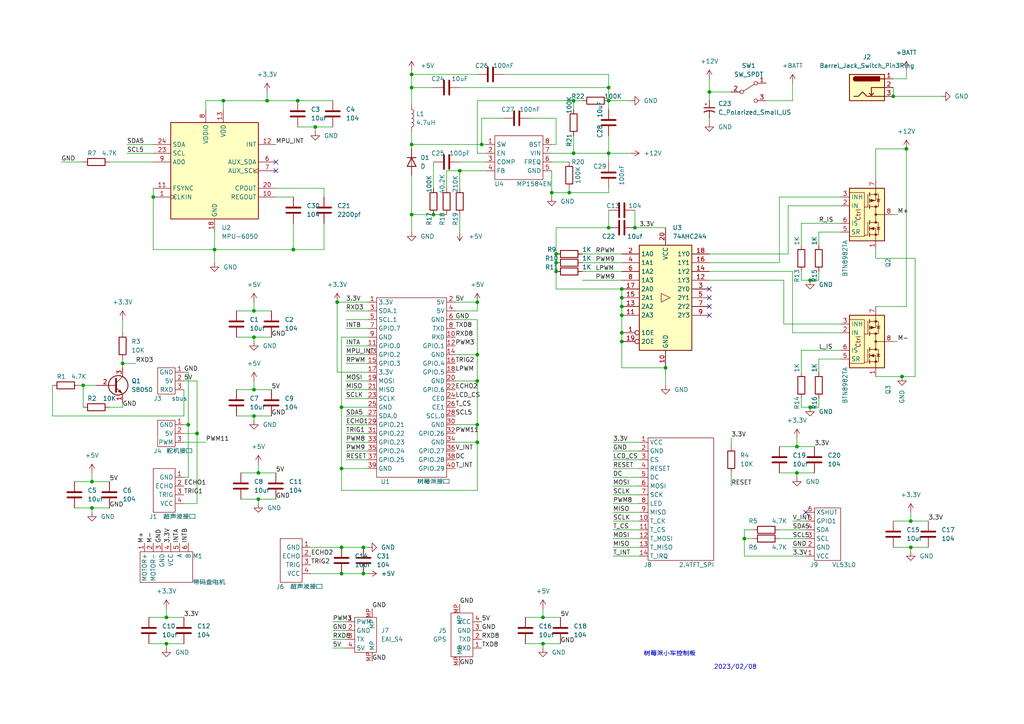
<source format=kicad_sch>
(kicad_sch (version 20211123) (generator eeschema)
  (paper "A4")
  (junction (at 97.79 87.63))
  (junction (at 119.38 62.23))
  (junction (at 234.95 118.11))
  (junction (at 176.53 66.04))
  (junction (at 85.09 72.39))
  (junction (at 161.29 76.2))
  (junction (at 176.53 44.45))
  (junction (at 26.67 147.32))
  (junction (at 264.16 151.13))
  (junction (at 166.37 29.21))
  (junction (at 133.35 49.53))
  (junction (at 73.66 90.17))
  (junction (at 205.74 26.67))
  (junction (at 180.34 88.9))
  (junction (at 180.34 91.44))
  (junction (at 231.14 137.16))
  (junction (at 99.06 158.75))
  (junction (at 119.38 21.59))
  (junction (at 161.29 73.66))
  (junction (at 99.06 118.11))
  (junction (at 73.66 113.03))
  (junction (at 180.34 96.52))
  (junction (at 261.62 109.22))
  (junction (at 180.34 86.36))
  (junction (at 91.44 36.83))
  (junction (at 193.04 106.68))
  (junction (at 180.34 99.06))
  (junction (at 74.93 137.16))
  (junction (at 48.26 179.07))
  (junction (at 74.93 144.78))
  (junction (at 86.36 29.21))
  (junction (at 166.37 44.45))
  (junction (at 64.77 29.21))
  (junction (at 157.48 186.69))
  (junction (at 180.34 83.82))
  (junction (at 157.48 179.07))
  (junction (at 165.1 55.88))
  (junction (at 105.41 166.37))
  (junction (at 139.7 41.91))
  (junction (at 105.41 158.75))
  (junction (at 73.66 97.79))
  (junction (at 138.43 87.63))
  (junction (at 73.66 120.65))
  (junction (at 99.06 135.89))
  (junction (at 35.56 105.41))
  (junction (at 160.02 55.88))
  (junction (at 24.13 111.76))
  (junction (at 215.9 156.21))
  (junction (at 184.15 66.04))
  (junction (at 234.95 81.28))
  (junction (at 119.38 41.91))
  (junction (at 259.08 27.94))
  (junction (at 125.73 62.23))
  (junction (at 119.38 25.4))
  (junction (at 138.43 110.49))
  (junction (at 99.06 166.37))
  (junction (at 44.45 57.15))
  (junction (at 77.47 29.21))
  (junction (at 138.43 123.19))
  (junction (at 48.26 186.69))
  (junction (at 264.16 158.75))
  (junction (at 262.89 43.18))
  (junction (at 138.43 128.27))
  (junction (at 62.23 72.39))
  (junction (at 231.14 129.54))
  (junction (at 57.15 125.73))
  (junction (at 161.29 78.74))
  (junction (at 176.53 25.4))
  (junction (at 54.61 123.19))
  (junction (at 138.43 102.87))
  (junction (at 176.53 29.21))
  (junction (at 26.67 139.7))
  (no_connect (at 205.74 91.44))
  (no_connect (at 80.01 46.99))
  (no_connect (at 233.68 148.59))
  (no_connect (at 80.01 49.53))
  (no_connect (at 205.74 88.9))
  (no_connect (at 205.74 86.36))
  (no_connect (at 205.74 83.82))
  (wire (pts (xy 231.14 127) (xy 231.14 129.54)))
  (wire (pts (xy 26.67 139.7) (xy 31.75 139.7)))
  (wire (pts (xy 160.02 57.15) (xy 160.02 55.88)))
  (wire (pts (xy 21.59 139.7) (xy 26.67 139.7)))
  (wire (pts (xy 57.15 146.05) (xy 57.15 125.73)))
  (wire (pts (xy 180.34 83.82) (xy 161.29 83.82)))
  (wire (pts (xy 44.45 72.39) (xy 62.23 72.39)))
  (wire (pts (xy 259.08 158.75) (xy 264.16 158.75)))
  (wire (pts (xy 119.38 41.91) (xy 139.7 41.91)))
  (wire (pts (xy 160.02 55.88) (xy 160.02 49.53)))
  (wire (pts (xy 234.95 81.28) (xy 237.49 81.28)))
  (wire (pts (xy 133.35 46.99) (xy 140.97 46.99)))
  (wire (pts (xy 68.58 113.03) (xy 73.66 113.03)))
  (wire (pts (xy 138.43 110.49) (xy 138.43 123.19)))
  (wire (pts (xy 166.37 29.21) (xy 168.91 29.21)))
  (wire (pts (xy 176.53 31.75) (xy 176.53 29.21)))
  (wire (pts (xy 93.98 64.77) (xy 93.98 72.39)))
  (wire (pts (xy 176.53 25.4) (xy 176.53 29.21)))
  (wire (pts (xy 177.8 140.97) (xy 185.42 140.97)))
  (wire (pts (xy 80.01 57.15) (xy 85.09 57.15)))
  (wire (pts (xy 53.34 110.49) (xy 57.15 110.49)))
  (wire (pts (xy 205.74 73.66) (xy 228.6 73.66)))
  (wire (pts (xy 31.75 46.99) (xy 44.45 46.99)))
  (wire (pts (xy 31.75 118.11) (xy 35.56 118.11)))
  (wire (pts (xy 99.06 166.37) (xy 90.17 166.37)))
  (wire (pts (xy 176.53 54.61) (xy 176.53 55.88)))
  (wire (pts (xy 232.41 101.6) (xy 232.41 107.95)))
  (wire (pts (xy 105.41 158.75) (xy 99.06 158.75)))
  (wire (pts (xy 234.95 118.11) (xy 237.49 118.11)))
  (wire (pts (xy 177.8 138.43) (xy 185.42 138.43)))
  (wire (pts (xy 17.78 46.99) (xy 24.13 46.99)))
  (wire (pts (xy 138.43 142.24) (xy 138.43 128.27)))
  (wire (pts (xy 74.93 144.78) (xy 80.01 144.78)))
  (wire (pts (xy 77.47 26.67) (xy 77.47 29.21)))
  (wire (pts (xy 215.9 156.21) (xy 218.44 156.21)))
  (wire (pts (xy 96.52 180.34) (xy 100.33 180.34)))
  (wire (pts (xy 226.06 153.67) (xy 233.68 153.67)))
  (wire (pts (xy 138.43 29.21) (xy 138.43 44.45)))
  (wire (pts (xy 59.69 29.21) (xy 64.77 29.21)))
  (wire (pts (xy 54.61 123.19) (xy 54.61 107.95)))
  (wire (pts (xy 222.25 29.21) (xy 229.87 29.21)))
  (wire (pts (xy 226.06 57.15) (xy 226.06 76.2)))
  (wire (pts (xy 68.58 90.17) (xy 73.66 90.17)))
  (wire (pts (xy 69.85 144.78) (xy 74.93 144.78)))
  (wire (pts (xy 68.58 97.79) (xy 73.66 97.79)))
  (wire (pts (xy 73.66 121.92) (xy 73.66 120.65)))
  (wire (pts (xy 24.13 111.76) (xy 27.94 111.76)))
  (wire (pts (xy 99.06 118.11) (xy 99.06 97.79)))
  (wire (pts (xy 262.89 88.9) (xy 254 88.9)))
  (wire (pts (xy 176.53 46.99) (xy 176.53 44.45)))
  (wire (pts (xy 100.33 105.41) (xy 106.68 105.41)))
  (wire (pts (xy 85.09 64.77) (xy 85.09 72.39)))
  (wire (pts (xy 157.48 179.07) (xy 162.56 179.07)))
  (wire (pts (xy 232.41 101.6) (xy 243.84 101.6)))
  (wire (pts (xy 177.8 133.35) (xy 185.42 133.35)))
  (wire (pts (xy 57.15 125.73) (xy 57.15 110.49)))
  (wire (pts (xy 176.53 60.96) (xy 176.53 66.04)))
  (wire (pts (xy 43.18 179.07) (xy 48.26 179.07)))
  (wire (pts (xy 64.77 29.21) (xy 77.47 29.21)))
  (wire (pts (xy 231.14 129.54) (xy 236.22 129.54)))
  (wire (pts (xy 243.84 96.52) (xy 229.87 96.52)))
  (wire (pts (xy 119.38 67.31) (xy 119.38 62.23)))
  (wire (pts (xy 152.4 179.07) (xy 157.48 179.07)))
  (wire (pts (xy 100.33 113.03) (xy 106.68 113.03)))
  (wire (pts (xy 100.33 100.33) (xy 106.68 100.33)))
  (wire (pts (xy 100.33 102.87) (xy 106.68 102.87)))
  (wire (pts (xy 26.67 137.16) (xy 26.67 139.7)))
  (wire (pts (xy 140.97 49.53) (xy 133.35 49.53)))
  (wire (pts (xy 229.87 151.13) (xy 233.68 151.13)))
  (wire (pts (xy 86.36 36.83) (xy 91.44 36.83)))
  (wire (pts (xy 24.13 111.76) (xy 24.13 118.11)))
  (wire (pts (xy 227.33 93.98) (xy 227.33 81.28)))
  (wire (pts (xy 100.33 95.25) (xy 106.68 95.25)))
  (wire (pts (xy 259.08 151.13) (xy 264.16 151.13)))
  (wire (pts (xy 205.74 22.86) (xy 205.74 26.67)))
  (wire (pts (xy 177.8 128.27) (xy 185.42 128.27)))
  (wire (pts (xy 226.06 137.16) (xy 231.14 137.16)))
  (wire (pts (xy 254 43.18) (xy 262.89 43.18)))
  (wire (pts (xy 96.52 182.88) (xy 100.33 182.88)))
  (wire (pts (xy 36.83 44.45) (xy 44.45 44.45)))
  (wire (pts (xy 35.56 92.71) (xy 35.56 96.52)))
  (wire (pts (xy 62.23 67.31) (xy 62.23 72.39)))
  (wire (pts (xy 44.45 57.15) (xy 44.45 72.39)))
  (wire (pts (xy 140.97 44.45) (xy 138.43 44.45)))
  (wire (pts (xy 160.02 46.99) (xy 165.1 46.99)))
  (wire (pts (xy 100.33 128.27) (xy 106.68 128.27)))
  (wire (pts (xy 59.69 128.27) (xy 53.34 128.27)))
  (wire (pts (xy 176.53 29.21) (xy 182.88 29.21)))
  (wire (pts (xy 91.44 36.83) (xy 96.52 36.83)))
  (wire (pts (xy 69.85 137.16) (xy 74.93 137.16)))
  (wire (pts (xy 99.06 158.75) (xy 90.17 158.75)))
  (wire (pts (xy 53.34 123.19) (xy 54.61 123.19)))
  (wire (pts (xy 218.44 153.67) (xy 215.9 153.67)))
  (wire (pts (xy 139.7 41.91) (xy 140.97 41.91)))
  (wire (pts (xy 232.41 118.11) (xy 234.95 118.11)))
  (wire (pts (xy 93.98 54.61) (xy 93.98 57.15)))
  (wire (pts (xy 176.53 55.88) (xy 165.1 55.88)))
  (wire (pts (xy 166.37 44.45) (xy 176.53 44.45)))
  (wire (pts (xy 35.56 104.14) (xy 35.56 105.41)))
  (wire (pts (xy 54.61 123.19) (xy 54.61 138.43)))
  (wire (pts (xy 177.8 153.67) (xy 185.42 153.67)))
  (wire (pts (xy 265.43 109.22) (xy 261.62 109.22)))
  (wire (pts (xy 119.38 50.8) (xy 119.38 62.23)))
  (wire (pts (xy 68.58 120.65) (xy 73.66 120.65)))
  (wire (pts (xy 74.93 146.05) (xy 74.93 144.78)))
  (wire (pts (xy 254 52.07) (xy 254 43.18)))
  (wire (pts (xy 243.84 57.15) (xy 226.06 57.15)))
  (wire (pts (xy 229.87 78.74) (xy 205.74 78.74)))
  (wire (pts (xy 106.68 166.37) (xy 105.41 166.37)))
  (wire (pts (xy 193.04 106.68) (xy 180.34 106.68)))
  (wire (pts (xy 99.06 135.89) (xy 99.06 118.11)))
  (wire (pts (xy 138.43 102.87) (xy 138.43 110.49)))
  (wire (pts (xy 53.34 113.03) (xy 53.34 120.65)))
  (wire (pts (xy 231.14 138.43) (xy 231.14 137.16)))
  (wire (pts (xy 91.44 38.1) (xy 91.44 36.83)))
  (wire (pts (xy 35.56 116.84) (xy 35.56 118.11)))
  (wire (pts (xy 96.52 185.42) (xy 100.33 185.42)))
  (wire (pts (xy 176.53 21.59) (xy 176.53 25.4)))
  (wire (pts (xy 132.08 102.87) (xy 138.43 102.87)))
  (wire (pts (xy 129.54 49.53) (xy 129.54 54.61)))
  (wire (pts (xy 215.9 161.29) (xy 233.68 161.29)))
  (wire (pts (xy 133.35 49.53) (xy 133.35 54.61)))
  (wire (pts (xy 62.23 76.2) (xy 62.23 72.39)))
  (wire (pts (xy 264.16 158.75) (xy 269.24 158.75)))
  (wire (pts (xy 229.87 158.75) (xy 233.68 158.75)))
  (wire (pts (xy 99.06 135.89) (xy 99.06 142.24)))
  (wire (pts (xy 26.67 148.59) (xy 26.67 147.32)))
  (wire (pts (xy 262.89 20.32) (xy 262.89 22.86)))
  (wire (pts (xy 48.26 179.07) (xy 53.34 179.07)))
  (wire (pts (xy 229.87 29.21) (xy 229.87 24.13)))
  (wire (pts (xy 265.43 74.93) (xy 265.43 109.22)))
  (wire (pts (xy 138.43 123.19) (xy 138.43 128.27)))
  (wire (pts (xy 132.08 110.49) (xy 138.43 110.49)))
  (wire (pts (xy 129.54 62.23) (xy 125.73 62.23)))
  (wire (pts (xy 243.84 64.77) (xy 232.41 64.77)))
  (wire (pts (xy 243.84 67.31) (xy 237.49 67.31)))
  (wire (pts (xy 73.66 99.06) (xy 73.66 97.79)))
  (wire (pts (xy 177.8 161.29) (xy 185.42 161.29)))
  (wire (pts (xy 261.62 109.22) (xy 254 109.22)))
  (wire (pts (xy 53.34 138.43) (xy 54.61 138.43)))
  (wire (pts (xy 176.53 66.04) (xy 161.29 66.04)))
  (wire (pts (xy 85.09 72.39) (xy 93.98 72.39)))
  (wire (pts (xy 152.4 186.69) (xy 157.48 186.69)))
  (wire (pts (xy 119.38 62.23) (xy 125.73 62.23)))
  (wire (pts (xy 53.34 107.95) (xy 54.61 107.95)))
  (wire (pts (xy 215.9 161.29) (xy 215.9 156.21)))
  (wire (pts (xy 43.18 186.69) (xy 48.26 186.69)))
  (wire (pts (xy 254 74.93) (xy 265.43 74.93)))
  (wire (pts (xy 48.26 186.69) (xy 53.34 186.69)))
  (wire (pts (xy 180.34 96.52) (xy 180.34 99.06)))
  (wire (pts (xy 168.91 81.28) (xy 180.34 81.28)))
  (wire (pts (xy 180.34 83.82) (xy 180.34 86.36)))
  (wire (pts (xy 100.33 120.65) (xy 106.68 120.65)))
  (wire (pts (xy 232.41 115.57) (xy 232.41 118.11)))
  (wire (pts (xy 205.74 26.67) (xy 212.09 26.67)))
  (wire (pts (xy 48.26 176.53) (xy 48.26 179.07)))
  (wire (pts (xy 161.29 34.29) (xy 161.29 41.91)))
  (wire (pts (xy 212.09 140.97) (xy 212.09 137.16)))
  (wire (pts (xy 205.74 35.56) (xy 205.74 34.29)))
  (wire (pts (xy 80.01 54.61) (xy 93.98 54.61)))
  (wire (pts (xy 53.34 125.73) (xy 57.15 125.73)))
  (wire (pts (xy 15.24 120.65) (xy 53.34 120.65)))
  (wire (pts (xy 205.74 29.21) (xy 205.74 26.67)))
  (wire (pts (xy 259.08 62.23) (xy 260.35 62.23)))
  (wire (pts (xy 157.48 176.53) (xy 157.48 179.07)))
  (wire (pts (xy 105.41 166.37) (xy 99.06 166.37)))
  (wire (pts (xy 237.49 118.11) (xy 237.49 115.57)))
  (wire (pts (xy 106.68 158.75) (xy 105.41 158.75)))
  (wire (pts (xy 100.33 115.57) (xy 106.68 115.57)))
  (wire (pts (xy 138.43 92.71) (xy 138.43 102.87)))
  (wire (pts (xy 100.33 123.19) (xy 106.68 123.19)))
  (wire (pts (xy 184.15 60.96) (xy 184.15 66.04)))
  (wire (pts (xy 212.09 127) (xy 212.09 129.54)))
  (wire (pts (xy 180.34 106.68) (xy 180.34 99.06)))
  (wire (pts (xy 243.84 59.69) (xy 228.6 59.69)))
  (wire (pts (xy 259.08 25.4) (xy 259.08 27.94)))
  (wire (pts (xy 106.68 97.79) (xy 99.06 97.79)))
  (wire (pts (xy 106.68 133.35) (xy 100.33 133.35)))
  (wire (pts (xy 138.43 29.21) (xy 166.37 29.21)))
  (wire (pts (xy 99.06 118.11) (xy 106.68 118.11)))
  (wire (pts (xy 226.06 129.54) (xy 231.14 129.54)))
  (wire (pts (xy 119.38 41.91) (xy 119.38 43.18)))
  (wire (pts (xy 177.8 146.05) (xy 185.42 146.05)))
  (wire (pts (xy 138.43 128.27) (xy 132.08 128.27)))
  (wire (pts (xy 180.34 91.44) (xy 180.34 96.52)))
  (wire (pts (xy 100.33 92.71) (xy 106.68 92.71)))
  (wire (pts (xy 177.8 151.13) (xy 185.42 151.13)))
  (wire (pts (xy 168.91 76.2) (xy 180.34 76.2)))
  (wire (pts (xy 119.38 25.4) (xy 125.73 25.4)))
  (wire (pts (xy 64.77 29.21) (xy 64.77 31.75)))
  (wire (pts (xy 176.53 39.37) (xy 176.53 44.45)))
  (wire (pts (xy 100.33 90.17) (xy 106.68 90.17)))
  (wire (pts (xy 157.48 187.96) (xy 157.48 186.69)))
  (wire (pts (xy 133.35 49.53) (xy 129.54 49.53)))
  (wire (pts (xy 243.84 93.98) (xy 227.33 93.98)))
  (wire (pts (xy 44.45 54.61) (xy 44.45 57.15)))
  (wire (pts (xy 132.08 90.17) (xy 138.43 90.17)))
  (wire (pts (xy 53.34 146.05) (xy 57.15 146.05)))
  (wire (pts (xy 73.66 113.03) (xy 78.74 113.03)))
  (wire (pts (xy 100.33 110.49) (xy 106.68 110.49)))
  (wire (pts (xy 73.66 90.17) (xy 78.74 90.17)))
  (wire (pts (xy 139.7 34.29) (xy 139.7 41.91)))
  (wire (pts (xy 177.8 135.89) (xy 185.42 135.89)))
  (wire (pts (xy 166.37 31.75) (xy 166.37 29.21)))
  (wire (pts (xy 133.35 25.4) (xy 176.53 25.4)))
  (wire (pts (xy 59.69 29.21) (xy 59.69 31.75)))
  (wire (pts (xy 73.66 120.65) (xy 78.74 120.65)))
  (wire (pts (xy 254 72.39) (xy 254 74.93)))
  (wire (pts (xy 160.02 44.45) (xy 166.37 44.45)))
  (wire (pts (xy 146.05 34.29) (xy 139.7 34.29)))
  (wire (pts (xy 161.29 78.74) (xy 161.29 83.82)))
  (wire (pts (xy 226.06 76.2) (xy 205.74 76.2)))
  (wire (pts (xy 264.16 151.13) (xy 269.24 151.13)))
  (wire (pts (xy 165.1 55.88) (xy 160.02 55.88)))
  (wire (pts (xy 62.23 72.39) (xy 85.09 72.39)))
  (wire (pts (xy 73.66 110.49) (xy 73.66 113.03)))
  (wire (pts (xy 35.56 105.41) (xy 35.56 106.68)))
  (wire (pts (xy 161.29 66.04) (xy 161.29 73.66)))
  (wire (pts (xy 260.35 99.06) (xy 259.08 99.06)))
  (wire (pts (xy 73.66 97.79) (xy 78.74 97.79)))
  (wire (pts (xy 193.04 111.76) (xy 193.04 106.68)))
  (wire (pts (xy 232.41 81.28) (xy 234.95 81.28)))
  (wire (pts (xy 119.38 21.59) (xy 138.43 21.59)))
  (wire (pts (xy 119.38 25.4) (xy 119.38 30.48)))
  (wire (pts (xy 153.67 34.29) (xy 161.29 34.29)))
  (wire (pts (xy 177.8 143.51) (xy 185.42 143.51)))
  (wire (pts (xy 97.79 107.95) (xy 97.79 87.63)))
  (wire (pts (xy 106.68 130.81) (xy 100.33 130.81)))
  (wire (pts (xy 74.93 137.16) (xy 80.01 137.16)))
  (wire (pts (xy 165.1 54.61) (xy 165.1 55.88)))
  (wire (pts (xy 184.15 66.04) (xy 193.04 66.04)))
  (wire (pts (xy 133.35 62.23) (xy 133.35 67.31)))
  (wire (pts (xy 138.43 87.63) (xy 132.08 87.63)))
  (wire (pts (xy 215.9 153.67) (xy 215.9 156.21)))
  (wire (pts (xy 161.29 76.2) (xy 161.29 78.74)))
  (wire (pts (xy 21.59 147.32) (xy 26.67 147.32)))
  (wire (pts (xy 146.05 21.59) (xy 176.53 21.59)))
  (wire (pts (xy 168.91 73.66) (xy 180.34 73.66)))
  (wire (pts (xy 227.33 81.28) (xy 205.74 81.28)))
  (wire (pts (xy 177.8 156.21) (xy 185.42 156.21)))
  (wire (pts (xy 237.49 81.28) (xy 237.49 78.74)))
  (wire (pts (xy 166.37 44.45) (xy 166.37 39.37)))
  (wire (pts (xy 100.33 125.73) (xy 106.68 125.73)))
  (wire (pts (xy 132.08 92.71) (xy 138.43 92.71)))
  (wire (pts (xy 226.06 156.21) (xy 233.68 156.21)))
  (wire (pts (xy 26.67 147.32) (xy 31.75 147.32)))
  (wire (pts (xy 77.47 29.21) (xy 86.36 29.21)))
  (wire (pts (xy 119.38 21.59) (xy 119.38 25.4)))
  (wire (pts (xy 168.91 78.74) (xy 180.34 78.74)))
  (wire (pts (xy 99.06 135.89) (xy 106.68 135.89)))
  (wire (pts (xy 232.41 78.74) (xy 232.41 81.28)))
  (wire (pts (xy 228.6 59.69) (xy 228.6 73.66)))
  (wire (pts (xy 237.49 104.14) (xy 237.49 107.95)))
  (wire (pts (xy 15.24 120.65) (xy 15.24 111.76)))
  (wire (pts (xy 35.56 105.41) (xy 39.37 105.41)))
  (wire (pts (xy 99.06 142.24) (xy 138.43 142.24)))
  (wire (pts (xy 264.16 160.02) (xy 264.16 158.75)))
  (wire (pts (xy 259.08 22.86) (xy 262.89 22.86)))
  (wire (pts (xy 264.16 148.59) (xy 264.16 151.13)))
  (wire (pts (xy 36.83 41.91) (xy 44.45 41.91)))
  (wire (pts (xy 237.49 67.31) (xy 237.49 71.12)))
  (wire (pts (xy 96.52 187.96) (xy 100.33 187.96)))
  (wire (pts (xy 157.48 186.69) (xy 162.56 186.69)))
  (wire (pts (xy 119.38 20.32) (xy 119.38 21.59)))
  (wire (pts (xy 177.8 158.75) (xy 185.42 158.75)))
  (wire (pts (xy 74.93 134.62) (xy 74.93 137.16)))
  (wire (pts (xy 180.34 88.9) (xy 180.34 91.44)))
  (wire (pts (xy 237.49 104.14) (xy 243.84 104.14)))
  (wire (pts (xy 119.38 38.1) (xy 119.38 41.91)))
  (wire (pts (xy 231.14 137.16) (xy 236.22 137.16)))
  (wire (pts (xy 125.73 46.99) (xy 125.73 54.61)))
  (wire (pts (xy 229.87 96.52) (xy 229.87 78.74)))
  (wire (pts (xy 97.79 87.63) (xy 106.68 87.63)))
  (wire (pts (xy 180.34 86.36) (xy 180.34 88.9)))
  (wire (pts (xy 262.89 43.18) (xy 262.89 88.9)))
  (wire (pts (xy 22.86 111.76) (xy 24.13 111.76)))
  (wire (pts (xy 232.41 64.77) (xy 232.41 71.12)))
  (wire (pts (xy 161.29 73.66) (xy 161.29 76.2)))
  (wire (pts (xy 106.68 107.95) (xy 97.79 107.95)))
  (wire (pts (xy 86.36 29.21) (xy 96.52 29.21)))
  (wire (pts (xy 48.26 187.96) (xy 48.26 186.69)))
  (wire (pts (xy 177.8 130.81) (xy 185.42 130.81)))
  (wire (pts (xy 177.8 148.59) (xy 185.42 148.59)))
  (wire (pts (xy 182.88 44.45) (xy 176.53 44.45)))
  (wire (pts (xy 273.05 27.94) (xy 259.08 27.94)))
  (wire (pts (xy 161.29 41.91) (xy 160.02 41.91)))
  (wire (pts (xy 73.66 87.63) (xy 73.66 90.17)))
  (wire (pts (xy 132.08 123.19) (xy 138.43 123.19)))
  (wire (pts (xy 138.43 90.17) (xy 138.43 87.63)))
  (text "2023/02/08" (at 207.01 194.31 0) (effects (font (size 1.27 1.27)) (justify left bottom)))
  (text "树莓派小车控制板" (at 186.69 190.5 0) (effects (font (size 1.27 1.27)) (justify left bottom)))
  (label "LPWM" (at 132.08 107.95 0))
  (label "INTB" (at 100.33 95.25 0))
  (label "T_CS" (at 132.08 118.11 0))
  (label "5V" (at 96.52 187.96 0))
  (label "INTB" (at 54.61 157.48 90))
  (label "TRIG2" (at 90.17 163.83 0))
  (label "M+" (at 41.91 157.48 90))
  (label "INTA" (at 100.33 100.33 0))
  (label "GND" (at 17.78 46.99 0))
  (label "GND" (at 162.56 186.69 0))
  (label "DC" (at 177.8 138.43 0))
  (label "SDA5" (at 229.87 153.67 0))
  (label "SCL5" (at 229.87 156.21 0))
  (label "RXD8" (at 96.52 185.42 0))
  (label "PWM9" (at 172.72 76.2 0))
  (label "V_INT" (at 132.08 130.81 0))
  (label "SCL5" (at 36.83 44.45 0))
  (label "TXD8" (at 132.08 95.25 0))
  (label "GND" (at 78.74 97.79 0))
  (label "RPWM" (at 172.72 73.66 0))
  (label "SCLK" (at 177.8 143.51 0))
  (label "GND" (at 78.74 120.65 0))
  (label "GND" (at 133.35 175.26 0))
  (label "GND" (at 229.87 158.75 0))
  (label "MISO" (at 177.8 148.59 0))
  (label "RESET" (at 212.09 140.97 0))
  (label "R_IS" (at 237.49 64.77 0))
  (label "PWM8" (at 100.33 128.27 0))
  (label "3.3V" (at 236.22 129.54 0))
  (label "MPU_INT" (at 100.33 102.87 0))
  (label "RXD3" (at 100.33 90.17 0))
  (label "TRIG1" (at 100.33 125.73 0))
  (label "ECHO1" (at 53.34 140.97 0))
  (label "3.3V" (at 100.33 87.63 0))
  (label "SDA5" (at 36.83 41.91 0))
  (label "RXD8" (at 139.7 185.42 0))
  (label "T_INT" (at 132.08 135.89 0))
  (label "RXD3" (at 39.37 105.41 0))
  (label "ECHO2" (at 132.08 113.03 0))
  (label "GND" (at 107.95 191.77 0))
  (label "V_INT" (at 229.87 151.13 0))
  (label "GND" (at 177.8 130.81 0))
  (label "M-" (at 44.45 157.48 90))
  (label "5V" (at 80.01 137.16 0))
  (label "T_INT" (at 177.8 161.29 0))
  (label "RPWM" (at 100.33 105.41 0))
  (label "PWM9" (at 100.33 130.81 0))
  (label "PWM8" (at 177.8 146.05 0))
  (label "GND" (at 107.95 176.53 0))
  (label "3.3V" (at 177.8 128.27 0))
  (label "5V" (at 132.08 87.63 0))
  (label "M+" (at 260.35 62.23 0))
  (label "5V" (at 162.56 179.07 0))
  (label "T_CS" (at 177.8 153.67 0))
  (label "GND" (at 132.08 92.71 0))
  (label "5V" (at 31.75 139.7 0))
  (label "5V" (at 78.74 113.03 0))
  (label "RESET" (at 100.33 133.35 0))
  (label "3.3V" (at 53.34 179.07 0))
  (label "SCLK" (at 100.33 115.57 0))
  (label "GND" (at 80.01 144.78 0))
  (label "3.3V" (at 49.53 157.48 90))
  (label "TXD8" (at 139.7 187.96 0))
  (label "MOSI" (at 100.33 110.49 0))
  (label "PWM11" (at 59.69 128.27 0))
  (label "PWM3" (at 132.08 100.33 0))
  (label "TRIG1" (at 53.34 143.51 0))
  (label "GND" (at 46.99 157.48 90))
  (label "5V" (at 139.7 180.34 0))
  (label "GND" (at 133.35 193.04 0))
  (label "PWM11" (at 132.08 125.73 0))
  (label "3.3V" (at 229.87 161.29 0))
  (label "LPWM" (at 172.72 78.74 0))
  (label "RESET" (at 177.8 135.89 0))
  (label "GND" (at 31.75 147.32 0))
  (label "SCL5" (at 132.08 120.65 0))
  (label "LCD_CS" (at 132.08 115.57 0))
  (label "3.3V" (at 269.24 151.13 0))
  (label "MOSI" (at 177.8 140.97 0))
  (label "3.3V" (at 185.42 66.04 0))
  (label "PWM3" (at 96.52 180.34 0))
  (label "SCLK" (at 177.8 151.13 0))
  (label "LCD_CS" (at 177.8 133.35 0))
  (label "GND" (at 139.7 182.88 0))
  (label "TRIG2" (at 132.08 105.41 0))
  (label "GND" (at 96.52 182.88 0))
  (label "MPU_INT" (at 80.01 41.91 0))
  (label "SDA5" (at 100.33 120.65 0))
  (label "M-" (at 260.35 99.06 0))
  (label "GND" (at 53.34 107.95 0))
  (label "INTA" (at 52.07 157.48 90))
  (label "PWM9" (at 172.72 81.28 0))
  (label "ECHO1" (at 100.33 123.19 0))
  (label "RXD8" (at 132.08 97.79 0))
  (label "MOSI" (at 177.8 156.21 0))
  (label "L_IS" (at 237.49 101.6 0))
  (label "MISO" (at 100.33 113.03 0))
  (label "DC" (at 132.08 133.35 0))
  (label "ECHO2" (at 90.17 161.29 0))
  (label "3.3V" (at 212.09 127 0))
  (label "5V" (at 53.34 110.49 0))
  (label "GND" (at 35.56 118.11 0))
  (label "MISO" (at 177.8 158.75 0))
  (symbol (lib_id "Device:R") (at 237.49 74.93 180) (unit 1)
    (property "Reference" "R15" (at 236.22 80.01 90))
    (property "Value" "1K" (at 236.22 69.85 90))
    (property "Footprint" "Resistor_SMD:R_0402_1005Metric" (effects hide))
  )
  (symbol (lib_id "Device:C") (at 43.18 182.88 0) (unit 1)
    (property "Reference" "C10" (at 46.99 181.6099 0) (effects (justify left)))
    (property "Value" "10uf" (at 46.99 184.1499 0) (effects (justify left)))
    (property "Footprint" "Capacitor_SMD:C_0805_2012Metric" (effects hide))
  )
  (symbol (lib_id "power:+5V") (at 106.68 166.37 270) (unit 1)
    (property "Reference" "#PWR013" (effects hide))
    (property "Value" "+5V" (at 110.49 166.3699 90) (effects (justify left)))
  )
  (symbol (lib_id "Device:R") (at 232.41 111.76 180) (unit 1)
    (property "Reference" "R14" (at 231.14 116.84 90))
    (property "Value" "1K" (at 231.14 106.68 90))
    (property "Footprint" "Resistor_SMD:R_0402_1005Metric" (effects hide))
  )
  (symbol (lib_id "74xx:74AHC244") (at 193.04 86.36 0) (unit 1)
    (property "Reference" "U3" (at 195.0594 66.04 0) (effects (justify left)))
    (property "Value" "74AHC244" (at 195.0594 68.58 0) (effects (justify left)))
    (property "Footprint" "大魔王的封装:74AHC244" (effects hide))
    (property "Datasheet" "https://assets.nexperia.com/documents/data-sheet/74AHC_AHCT244.pdf" (effects hide))
  )
  (symbol (lib_id "Device:C") (at 269.24 154.94 0) (unit 1)
    (property "Reference" "C17" (at 273.05 153.6699 0) (effects (justify left)))
    (property "Value" "104" (at 273.05 156.2099 0) (effects (justify left)))
    (property "Footprint" "Capacitor_SMD:C_0402_1005Metric" (effects hide))
  )
  (symbol (lib_id "Device:C_Polarized_Small_US") (at 205.74 31.75 0) (unit 1)
    (property "Reference" "C23" (at 208.28 30.0481 0) (effects (justify left)))
    (property "Value" "C_Polarized_Small_US" (at 208.28 32.5881 0) (effects (justify left)))
    (property "Footprint" "Capacitor_THT:CP_Radial_D5.0mm_P2.50mm" (effects hide))
  )
  (symbol (lib_id "power:+3.3V") (at 97.79 87.63 0) (unit 1)
    (property "Reference" "#PWR09" (effects hide))
    (property "Value" "+3.3V" (at 97.79 82.55 0))
  )
  (symbol (lib_id "Device:R") (at 222.25 156.21 90) (unit 1)
    (property "Reference" "R6" (at 218.44 158.75 90))
    (property "Value" "4.7K" (at 226.06 158.75 90))
    (property "Footprint" "Resistor_SMD:R_0402_1005Metric" (effects hide))
  )
  (symbol (lib_id "Device:R") (at 125.73 58.42 180) (unit 1)
    (property "Reference" "R17" (at 124.46 63.5 90))
    (property "Value" "100K" (at 124.46 53.34 90))
    (property "Footprint" "Resistor_SMD:R_0402_1005Metric" (effects hide))
  )
  (symbol (lib_id "Device:R") (at 165.1 73.66 90) (unit 1)
    (property "Reference" "R9" (at 160.02 72.39 90))
    (property "Value" "1K" (at 170.18 72.39 90))
    (property "Footprint" "Resistor_SMD:R_0402_1005Metric" (effects hide))
  )
  (symbol (lib_id "power:GND") (at 234.95 118.11 0) (unit 1)
    (property "Reference" "#PWR022" (effects hide))
    (property "Value" "GND" (at 237.49 119.3799 0) (effects (justify left)))
  )
  (symbol (lib_id "大魔王:超声波接口") (at 44.45 148.59 0) (unit 1)
    (property "Reference" "J1" (at 44.45 149.86 0))
    (property "Value" "超声波接口" (at 52.07 149.86 0))
    (property "Footprint" "大魔王的封装:HDR1x04_2.54mm" (effects hide))
  )
  (symbol (lib_id "大魔王:EAI_S4") (at 109.22 179.07 180) (unit 1)
    (property "Reference" "J7" (at 110.49 182.8799 0) (effects (justify right)))
    (property "Value" "EAI_S4" (at 110.49 185.4199 0) (effects (justify right)))
    (property "Footprint" "大魔王的封装:EAI_S4" (effects hide))
  )
  (symbol (lib_id "power:+5V") (at 119.38 20.32 0) (unit 1)
    (property "Reference" "#PWR0105" (effects hide))
    (property "Value" "+5V" (at 121.92 19.0499 0) (effects (justify left)))
  )
  (symbol (lib_id "Device:R") (at 232.41 74.93 180) (unit 1)
    (property "Reference" "R13" (at 231.14 80.01 90))
    (property "Value" "1K" (at 231.14 69.85 90))
    (property "Footprint" "Resistor_SMD:R_0402_1005Metric" (effects hide))
  )
  (symbol (lib_id "Device:L") (at 119.38 34.29 0) (unit 1)
    (property "Reference" "L1" (at 120.65 33.0199 0) (effects (justify left)))
    (property "Value" "4.7uH" (at 120.65 35.5599 0) (effects (justify left)))
    (property "Footprint" "Inductor_SMD:L_6.3x6.3_H3" (effects hide))
  )
  (symbol (lib_id "Device:R") (at 19.05 111.76 90) (unit 1)
    (property "Reference" "R1" (at 17.78 109.22 90))
    (property "Value" "4.7K" (at 22.86 109.22 90))
    (property "Footprint" "Resistor_SMD:R_0402_1005Metric" (effects hide))
  )
  (symbol (lib_id "大魔王:2.4TFT_SPI") (at 187.96 162.56 0) (unit 1)
    (property "Reference" "J8" (at 186.69 163.83 0) (effects (justify left)))
    (property "Value" "2.4TFT_SPI" (at 196.85 163.83 0) (effects (justify left)))
    (property "Footprint" "大魔王的封装:2.4_TFT_SPI" (effects hide))
  )
  (symbol (lib_id "Device:C") (at 80.01 140.97 0) (unit 1)
    (property "Reference" "C11" (at 83.82 139.6999 0) (effects (justify left)))
    (property "Value" "104" (at 83.82 142.2399 0) (effects (justify left)))
    (property "Footprint" "Capacitor_SMD:C_0402_1005Metric" (effects hide))
  )
  (symbol (lib_id "大魔王:MP1584EN") (at 143.51 52.07 0) (unit 1)
    (property "Reference" "U4" (at 144.78 53.34 0))
    (property "Value" "MP1584EN" (at 154.94 53.34 0))
    (property "Footprint" "Housings_SOIC:HTSOP-8-1EP_3.9x4.9mm_Pitch1.27mm_LargeCopper" (effects hide))
  )
  (symbol (lib_id "power:+5V") (at 26.67 137.16 0) (unit 1)
    (property "Reference" "#PWR02" (effects hide))
    (property "Value" "+5V" (at 26.67 132.08 0))
  )
  (symbol (lib_name "GPS_1") (lib_id "大魔王:GPS") (at 130.81 190.5 0) (unit 1)
    (property "Reference" "J5" (at 129.54 182.8799 0) (effects (justify right)))
    (property "Value" "GPS" (at 129.54 185.4199 0) (effects (justify right)))
    (property "Footprint" "大魔王的封装:EAI_S4" (effects hide))
  )
  (symbol (lib_id "power:+BATT") (at 229.87 24.13 0) (unit 1)
    (property "Reference" "#PWR027" (effects hide))
    (property "Value" "+BATT" (at 229.87 19.05 0))
  )
  (symbol (lib_id "power:+3.3V") (at 264.16 148.59 0) (unit 1)
    (property "Reference" "#PWR016" (effects hide))
    (property "Value" "+3.3V" (at 264.16 143.51 0))
  )
  (symbol (lib_id "Device:C") (at 149.86 34.29 90) (unit 1)
    (property "Reference" "C27" (at 147.32 31.75 90))
    (property "Value" "100nF" (at 153.67 31.75 90))
    (property "Footprint" "Capacitor_SMD:C_0402_1005Metric" (effects hide))
  )
  (symbol (lib_id "Device:C") (at 85.09 60.96 0) (unit 1)
    (property "Reference" "C30" (at 88.9 59.6899 0) (effects (justify left)))
    (property "Value" "104" (at 88.9 62.2299 0) (effects (justify left)))
    (property "Footprint" "Capacitor_SMD:C_0402_1005Metric" (effects hide))
  )
  (symbol (lib_id "大魔王:VL53L0") (at 243.84 147.32 180) (unit 1)
    (property "Reference" "J9" (at 234.95 163.83 0) (effects (justify right)))
    (property "Value" "VL53L0" (at 241.3 163.83 0) (effects (justify right)))
    (property "Footprint" "大魔王的封装:HDR1x06_2.54mm" (effects hide))
  )
  (symbol (lib_id "power:GND") (at 231.14 138.43 0) (unit 1)
    (property "Reference" "#PWR0110" (effects hide))
    (property "Value" "GND" (at 233.68 139.6999 0) (effects (justify left)))
  )
  (symbol (lib_id "power:GND") (at 273.05 27.94 90) (unit 1)
    (property "Reference" "#PWR024" (effects hide))
    (property "Value" "GND" (at 276.86 27.9399 90) (effects (justify right)))
  )
  (symbol (lib_id "power:GND") (at 91.44 38.1 0) (unit 1)
    (property "Reference" "#PWR0102" (effects hide))
    (property "Value" "GND" (at 93.98 39.3699 0) (effects (justify left)))
  )
  (symbol (lib_id "Device:D") (at 119.38 46.99 270) (unit 1)
    (property "Reference" "D1" (at 121.92 45.7199 90) (effects (justify left)))
    (property "Value" "D" (at 121.92 48.2599 90) (effects (justify left)))
    (property "Footprint" "Diode_SMD:D_MELF" (effects hide))
  )
  (symbol (lib_id "power:GND") (at 264.16 160.02 0) (unit 1)
    (property "Reference" "#PWR0109" (effects hide))
    (property "Value" "GND" (at 266.7 161.2899 0) (effects (justify left)))
  )
  (symbol (lib_id "power:+5V") (at 73.66 87.63 0) (unit 1)
    (property "Reference" "#PWR06" (effects hide))
    (property "Value" "+5V" (at 73.66 82.55 0))
  )
  (symbol (lib_id "power:+3.3V") (at 77.47 26.67 0) (unit 1)
    (property "Reference" "#PWR08" (effects hide))
    (property "Value" "+3.3V" (at 77.47 21.59 0))
  )
  (symbol (lib_id "power:GND") (at 73.66 121.92 0) (unit 1)
    (property "Reference" "#PWR0111" (effects hide))
    (property "Value" "GND" (at 76.2 123.1899 0) (effects (justify left)))
  )
  (symbol (lib_id "Device:R") (at 165.1 76.2 90) (unit 1)
    (property "Reference" "R10" (at 160.02 74.93 90))
    (property "Value" "1K" (at 170.18 74.93 90))
    (property "Footprint" "Resistor_SMD:R_0402_1005Metric" (effects hide))
  )
  (symbol (lib_id "power:+5V") (at 157.48 176.53 0) (unit 1)
    (property "Reference" "#PWR03" (effects hide))
    (property "Value" "+5V" (at 157.48 171.45 0))
  )
  (symbol (lib_id "power:GND") (at 119.38 67.31 0) (unit 1)
    (property "Reference" "#PWR0104" (effects hide))
    (property "Value" "GND" (at 121.92 68.5799 0) (effects (justify left)))
  )
  (symbol (lib_id "Device:R") (at 212.09 133.35 180) (unit 1)
    (property "Reference" "R4" (at 214.63 132.0799 0) (effects (justify right)))
    (property "Value" "10K" (at 214.63 134.6199 0) (effects (justify right)))
    (property "Footprint" "Resistor_SMD:R_0402_1005Metric" (effects hide))
  )
  (symbol (lib_id "Device:C") (at 142.24 21.59 90) (unit 1)
    (property "Reference" "C26" (at 139.7 19.05 90))
    (property "Value" "100nF" (at 146.05 19.05 90))
    (property "Footprint" "Capacitor_SMD:C_0402_1005Metric" (effects hide))
  )
  (symbol (lib_id "Power_Management:BTN8982TA") (at 251.46 99.06 0) (unit 1)
    (property "Reference" "Q3" (at 257.5814 113.03 90))
    (property "Value" "BTN8982TA" (at 245.11 111.76 90))
    (property "Footprint" "Package_TO_SOT_SMD:TO-263-7_TabPin8" (effects hide))
    (property "Datasheet" "https://www.infineon.com/dgdl/Infineon-BTN8982TA-DS-v01_00-EN.pdf?fileId=db3a30433fa9412f013fbe32289b7c17" (effects hide))
  )
  (symbol (lib_id "Device:C") (at 96.52 33.02 0) (unit 1)
    (property "Reference" "C4" (at 100.33 31.7499 0) (effects (justify left)))
    (property "Value" "104" (at 100.33 34.2899 0) (effects (justify left)))
    (property "Footprint" "Capacitor_SMD:C_0402_1005Metric" (effects hide))
  )
  (symbol (lib_id "power:GND") (at 157.48 187.96 0) (unit 1)
    (property "Reference" "#PWR05" (effects hide))
    (property "Value" "GND" (at 160.02 189.2299 0) (effects (justify left)))
  )
  (symbol (lib_id "power:+12V") (at 182.88 44.45 270) (unit 1)
    (property "Reference" "#PWR0107" (effects hide))
    (property "Value" "+12V" (at 186.69 44.4499 90) (effects (justify left)))
  )
  (symbol (lib_id "Device:C") (at 259.08 154.94 0) (unit 1)
    (property "Reference" "C15" (at 262.89 153.6699 0) (effects (justify left)))
    (property "Value" "10uf" (at 262.89 156.2099 0) (effects (justify left)))
    (property "Footprint" "Capacitor_SMD:C_0805_2012Metric" (effects hide))
  )
  (symbol (lib_id "Device:R") (at 165.1 50.8 180) (unit 1)
    (property "Reference" "R20" (at 167.64 46.99 0))
    (property "Value" "100K" (at 167.64 50.8 90))
    (property "Footprint" "Resistor_SMD:R_0402_1005Metric" (effects hide))
  )
  (symbol (lib_id "Device:C") (at 21.59 143.51 0) (unit 1)
    (property "Reference" "C5" (at 25.4 142.2399 0) (effects (justify left)))
    (property "Value" "10uf" (at 25.4 144.7799 0) (effects (justify left)))
    (property "Footprint" "Capacitor_SMD:C_0805_2012Metric" (effects hide))
  )
  (symbol (lib_id "power:GND") (at 74.93 146.05 0) (unit 1)
    (property "Reference" "#PWR0112" (effects hide))
    (property "Value" "GND" (at 77.47 147.3199 0) (effects (justify left)))
  )
  (symbol (lib_id "大魔王:树莓派接口") (at 109.22 138.43 0) (unit 1)
    (property "Reference" "U1" (at 111.76 139.7 0))
    (property "Value" "树莓派接口" (at 125.73 139.7 0))
    (property "Footprint" "大魔王的封装:HEARD2x40" (effects hide))
  )
  (symbol (lib_id "Device:C") (at 78.74 116.84 0) (unit 1)
    (property "Reference" "C9" (at 82.55 115.5699 0) (effects (justify left)))
    (property "Value" "104" (at 82.55 118.1099 0) (effects (justify left)))
    (property "Footprint" "Capacitor_SMD:C_0402_1005Metric" (effects hide))
  )
  (symbol (lib_id "power:+12V") (at 205.74 22.86 0) (unit 1)
    (property "Reference" "#PWR023" (effects hide))
    (property "Value" "+12V" (at 205.74 17.78 0))
  )
  (symbol (lib_id "Device:R") (at 129.54 58.42 180) (unit 1)
    (property "Reference" "R18" (at 128.27 63.5 90))
    (property "Value" "40.2K" (at 128.27 53.34 90))
    (property "Footprint" "Resistor_SMD:R_0402_1005Metric" (effects hide))
  )
  (symbol (lib_id "power:+5V") (at 133.35 67.31 180) (unit 1)
    (property "Reference" "#PWR0106" (effects hide))
    (property "Value" "+5V" (at 135.89 68.5799 0) (effects (justify right)))
  )
  (symbol (lib_id "power:GND") (at 62.23 76.2 0) (unit 1)
    (property "Reference" "#PWR07" (effects hide))
    (property "Value" "GND" (at 64.77 77.4699 0) (effects (justify left)))
  )
  (symbol (lib_id "大魔王:带码盘电机") (at 55.88 165.1 90) (unit 1)
    (property "Reference" "M1" (at 55.88 161.29 90) (effects (justify right)))
    (property "Value" "带码盘电机" (at 55.88 168.91 90) (effects (justify right)))
    (property "Footprint" "大魔王的封装:HDR1x06_2.54mm" (effects hide))
  )
  (symbol (lib_id "大魔王:舵机接口") (at 46.99 129.54 0) (unit 1)
    (property "Reference" "J4" (at 45.72 130.81 0))
    (property "Value" "舵机接口" (at 52.07 130.81 0))
    (property "Footprint" "大魔王的封装:SBUS" (effects hide))
  )
  (symbol (lib_id "Device:C") (at 180.34 66.04 90) (unit 1)
    (property "Reference" "C22" (at 176.53 68.58 90))
    (property "Value" "10uf" (at 184.15 68.58 90))
    (property "Footprint" "Capacitor_SMD:C_0603_1608Metric" (effects hide))
  )
  (symbol (lib_id "power:GND") (at 261.62 109.22 0) (unit 1)
    (property "Reference" "#PWR025" (effects hide))
    (property "Value" "GND" (at 261.6201 113.03 90) (effects (justify right)))
  )
  (symbol (lib_id "Device:C") (at 176.53 35.56 180) (unit 1)
    (property "Reference" "C28" (at 173.99 38.1 90))
    (property "Value" "10uF" (at 173.99 31.75 90))
    (property "Footprint" "Capacitor_SMD:C_0603_1608Metric" (effects hide))
  )
  (symbol (lib_id "Device:C") (at 31.75 143.51 0) (unit 1)
    (property "Reference" "C6" (at 35.56 142.2399 0) (effects (justify left)))
    (property "Value" "104" (at 35.56 144.7799 0) (effects (justify left)))
    (property "Footprint" "Capacitor_SMD:C_0402_1005Metric" (effects hide))
  )
  (symbol (lib_id "Device:C") (at 78.74 93.98 0) (unit 1)
    (property "Reference" "C2" (at 82.55 92.7099 0) (effects (justify left)))
    (property "Value" "104" (at 82.55 95.2499 0) (effects (justify left)))
    (property "Footprint" "Capacitor_SMD:C_0402_1005Metric" (effects hide))
  )
  (symbol (lib_id "Device:C") (at 105.41 162.56 0) (unit 1)
    (property "Reference" "C31" (at 109.22 161.2899 0) (effects (justify left)))
    (property "Value" "104" (at 109.22 163.8299 0) (effects (justify left)))
    (property "Footprint" "Capacitor_SMD:C_0402_1005Metric" (effects hide))
  )
  (symbol (lib_id "power:GND") (at 193.04 111.76 0) (unit 1)
    (property "Reference" "#PWR015" (effects hide))
    (property "Value" "GND" (at 195.58 113.0299 0) (effects (justify left)))
  )
  (symbol (lib_id "Device:C") (at 53.34 182.88 0) (unit 1)
    (property "Reference" "C12" (at 57.15 181.6099 0) (effects (justify left)))
    (property "Value" "104" (at 57.15 184.1499 0) (effects (justify left)))
    (property "Footprint" "Capacitor_SMD:C_0402_1005Metric" (effects hide))
  )
  (symbol (lib_id "power:GND") (at 73.66 99.06 0) (unit 1)
    (property "Reference" "#PWR0116" (effects hide))
    (property "Value" "GND" (at 76.2 100.3299 0) (effects (justify left)))
  )
  (symbol (lib_id "power:GND") (at 26.67 148.59 0) (unit 1)
    (property "Reference" "#PWR0113" (effects hide))
    (property "Value" "GND" (at 29.21 149.8599 0) (effects (justify left)))
  )
  (symbol (lib_id "power:+3.3V") (at 231.14 127 0) (unit 1)
    (property "Reference" "#PWR020" (effects hide))
    (property "Value" "+3.3V" (at 231.14 121.92 0))
  )
  (symbol (lib_id "Transistor_BJT:S8050") (at 33.02 111.76 0) (unit 1)
    (property "Reference" "Q1" (at 38.1 110.4899 0) (effects (justify left)))
    (property "Value" "S8050" (at 38.1 113.0299 0) (effects (justify left)))
    (property "Footprint" "大魔王的封装:s8050" (effects hide))
    (property "Datasheet" "http://www.unisonic.com.tw/datasheet/S8050.pdf" (effects hide))
  )
  (symbol (lib_id "Switch:SW_SPDT") (at 217.17 26.67 0) (unit 1)
    (property "Reference" "SW1" (at 217.17 19.05 0))
    (property "Value" "SW_SPDT" (at 217.17 21.59 0))
    (property "Footprint" "TerminalBlock_RND:TerminalBlock_RND_205-00288_1x03_P5.08mm_Horizontal" (effects hide))
  )
  (symbol (lib_id "Device:C") (at 68.58 116.84 0) (unit 1)
    (property "Reference" "C7" (at 72.39 115.5699 0) (effects (justify left)))
    (property "Value" "10uf" (at 72.39 118.1099 0) (effects (justify left)))
    (property "Footprint" "Capacitor_SMD:C_0805_2012Metric" (effects hide))
  )
  (symbol (lib_id "Device:R") (at 165.1 78.74 90) (unit 1)
    (property "Reference" "R11" (at 160.02 77.47 90))
    (property "Value" "1K" (at 170.18 77.47 90))
    (property "Footprint" "Resistor_SMD:R_0402_1005Metric" (effects hide))
  )
  (symbol (lib_id "power:+BATT") (at 262.89 20.32 0) (unit 1)
    (property "Reference" "#PWR028" (effects hide))
    (property "Value" "+BATT" (at 262.89 15.24 0))
  )
  (symbol (lib_id "power:GND") (at 234.95 81.28 0) (unit 1)
    (property "Reference" "#PWR018" (effects hide))
    (property "Value" "GND" (at 237.49 82.5499 0) (effects (justify left)))
  )
  (symbol (lib_id "Device:C") (at 93.98 60.96 0) (unit 1)
    (property "Reference" "C21" (at 97.79 59.6899 0) (effects (justify left)))
    (property "Value" "2200pf" (at 97.79 62.2299 0) (effects (justify left)))
    (property "Footprint" "Capacitor_SMD:C_0402_1005Metric" (effects hide))
  )
  (symbol (lib_id "Device:R") (at 133.35 58.42 180) (unit 1)
    (property "Reference" "R19" (at 132.08 63.5 90))
    (property "Value" "210K" (at 132.08 53.34 90))
    (property "Footprint" "Resistor_SMD:R_0402_1005Metric" (effects hide))
  )
  (symbol (lib_id "Device:C") (at 176.53 50.8 180) (unit 1)
    (property "Reference" "C29" (at 173.99 48.26 0))
    (property "Value" "100nF" (at 180.34 50.8 90))
    (property "Footprint" "Capacitor_SMD:C_0402_1005Metric" (effects hide))
  )
  (symbol (lib_id "Device:R") (at 27.94 46.99 90) (unit 1)
    (property "Reference" "R7" (at 26.67 44.45 90))
    (property "Value" "4.7K" (at 31.75 44.45 90))
    (property "Footprint" "Resistor_SMD:R_0402_1005Metric" (effects hide))
  )
  (symbol (lib_id "Device:C") (at 152.4 182.88 0) (unit 1)
    (property "Reference" "C16" (at 156.21 181.6099 0) (effects (justify left)))
    (property "Value" "10uf" (at 156.21 184.1499 0) (effects (justify left)))
    (property "Footprint" "Capacitor_SMD:C_0805_2012Metric" (effects hide))
  )
  (symbol (lib_id "power:GND") (at 182.88 29.21 90) (unit 1)
    (property "Reference" "#PWR0108" (effects hide))
    (property "Value" "GND" (at 186.69 29.2099 90) (effects (justify right)))
  )
  (symbol (lib_id "Device:C") (at 99.06 162.56 0) (unit 1)
    (property "Reference" "C14" (at 102.87 161.2899 0) (effects (justify left)))
    (property "Value" "10uf" (at 102.87 163.8299 0) (effects (justify left)))
    (property "Footprint" "Capacitor_SMD:C_0805_2012Metric" (effects hide))
  )
  (symbol (lib_id "大魔王:超声波接口") (at 81.28 168.91 0) (unit 1)
    (property "Reference" "J6" (at 81.28 170.18 0))
    (property "Value" "超声波接口" (at 88.9 170.18 0))
    (property "Footprint" "大魔王的封装:HDR1x04_2.54mm" (effects hide))
  )
  (symbol (lib_id "Device:C") (at 68.58 93.98 0) (unit 1)
    (property "Reference" "C1" (at 72.39 92.7099 0) (effects (justify left)))
    (property "Value" "10uf" (at 72.39 95.2499 0) (effects (justify left)))
    (property "Footprint" "Capacitor_SMD:C_0603_1608Metric" (effects hide))
  )
  (symbol (lib_id "Device:R") (at 172.72 29.21 90) (unit 1)
    (property "Reference" "R22" (at 167.64 27.94 90))
    (property "Value" "100K" (at 177.8 27.94 90))
    (property "Footprint" "Resistor_SMD:R_0402_1005Metric" (effects hide))
  )
  (symbol (lib_id "Device:C") (at 129.54 25.4 90) (unit 1)
    (property "Reference" "C24" (at 127 22.86 90))
    (property "Value" "10uF" (at 133.35 22.86 90))
    (property "Footprint" "Capacitor_SMD:C_0603_1608Metric" (effects hide))
  )
  (symbol (lib_id "power:+12V") (at 262.89 43.18 0) (unit 1)
    (property "Reference" "#PWR029" (effects hide))
    (property "Value" "+12V" (at 262.89 38.1 0))
  )
  (symbol (lib_id "Device:R") (at 222.25 153.67 90) (unit 1)
    (property "Reference" "R5" (at 218.44 151.13 90))
    (property "Value" "4.7K" (at 226.06 151.13 90))
    (property "Footprint" "Resistor_SMD:R_0402_1005Metric" (effects hide))
  )
  (symbol (lib_id "Device:C") (at 162.56 182.88 0) (unit 1)
    (property "Reference" "C18" (at 166.37 181.6099 0) (effects (justify left)))
    (property "Value" "104" (at 166.37 184.1499 0) (effects (justify left)))
    (property "Footprint" "Capacitor_SMD:C_0402_1005Metric" (effects hide))
  )
  (symbol (lib_id "Device:C") (at 129.54 46.99 90) (unit 1)
    (property "Reference" "C25" (at 127 44.45 90))
    (property "Value" "100pF" (at 133.35 44.45 90))
    (property "Footprint" "Capacitor_SMD:C_0402_1005Metric" (effects hide))
  )
  (symbol (lib_id "power:+5V") (at 74.93 134.62 0) (unit 1)
    (property "Reference" "#PWR010" (effects hide))
    (property "Value" "+5V" (at 74.93 129.54 0))
  )
  (symbol (lib_id "Device:R") (at 237.49 111.76 180) (unit 1)
    (property "Reference" "R16" (at 236.22 116.84 90))
    (property "Value" "1K" (at 236.22 106.68 90))
    (property "Footprint" "Resistor_SMD:R_0402_1005Metric" (effects hide))
  )
  (symbol (lib_id "power:GND") (at 106.68 158.75 90) (unit 1)
    (property "Reference" "#PWR011" (effects hide))
    (property "Value" "GND" (at 110.49 158.7499 90) (effects (justify right)))
  )
  (symbol (lib_id "Device:C") (at 180.34 60.96 90) (unit 1)
    (property "Reference" "C13" (at 177.8 59.69 90))
    (property "Value" "104" (at 184.15 59.69 90))
    (property "Footprint" "Capacitor_SMD:C_0402_1005Metric" (effects hide))
  )
  (symbol (lib_id "Device:C") (at 226.06 133.35 0) (unit 1)
    (property "Reference" "C19" (at 229.87 132.0799 0) (effects (justify left)))
    (property "Value" "10uf" (at 229.87 134.6199 0) (effects (justify left)))
    (property "Footprint" "Capacitor_SMD:C_0805_2012Metric" (effects hide))
  )
  (symbol (lib_id "Device:R") (at 27.94 118.11 90) (unit 1)
    (property "Reference" "R2" (at 26.67 115.57 90))
    (property "Value" "10K" (at 31.75 115.57 90))
    (property "Footprint" "Resistor_SMD:R_0402_1005Metric" (effects hide))
  )
  (symbol (lib_id "Connector:Barrel_Jack_Switch_Pin3Ring") (at 251.46 25.4 0) (unit 1)
    (property "Reference" "J2" (at 251.46 16.51 0))
    (property "Value" "Barrel_Jack_Switch_Pin3Ring" (at 251.46 19.05 0))
    (property "Footprint" "Connector_BarrelJack:BarrelJack_GCT_DCJ200-10-A_Horizontal" (effects hide))
  )
  (symbol (lib_id "power:GND") (at 205.74 35.56 0) (unit 1)
    (property "Reference" "#PWR026" (effects hide))
    (property "Value" "GND" (at 208.28 36.8299 0) (effects (justify left)))
  )
  (symbol (lib_id "Device:C") (at 236.22 133.35 0) (unit 1)
    (property "Reference" "C20" (at 240.03 132.0799 0) (effects (justify left)))
    (property "Value" "104" (at 240.03 134.6199 0) (effects (justify left)))
    (property "Footprint" "Capacitor_SMD:C_0402_1005Metric" (effects hide))
  )
  (symbol (lib_id "power:+3.3V") (at 48.26 176.53 0) (unit 1)
    (property "Reference" "#PWR012" (effects hide))
    (property "Value" "+3.3V" (at 48.26 171.45 0))
  )
  (symbol (lib_id "power:+5V") (at 73.66 110.49 0) (unit 1)
    (property "Reference" "#PWR04" (effects hide))
    (property "Value" "+5V" (at 73.66 105.41 0))
  )
  (symbol (lib_id "power:GND") (at 160.02 57.15 0) (unit 1)
    (property "Reference" "#PWR0103" (effects hide))
    (property "Value" "GND" (at 162.56 58.4199 0) (effects (justify left)))
  )
  (symbol (lib_id "Device:C") (at 69.85 140.97 0) (unit 1)
    (property "Reference" "C8" (at 73.66 139.6999 0) (effects (justify left)))
    (property "Value" "10uf" (at 73.66 142.2399 0) (effects (justify left)))
    (property "Footprint" "Capacitor_SMD:C_0805_2012Metric" (effects hide))
  )
  (symbol (lib_id "大魔王:sbus") (at 45.72 114.3 0) (unit 1)
    (property "Reference" "J3" (at 45.72 115.57 0))
    (property "Value" "sbus" (at 52.07 115.57 0))
    (property "Footprint" "大魔王的封装:SBUS" (effects hide))
  )
  (symbol (lib_id "power:GND") (at 48.26 187.96 0) (unit 1)
    (property "Reference" "#PWR0114" (effects hide))
    (property "Value" "GND" (at 50.8 189.2299 0) (effects (justify left)))
  )
  (symbol (lib_id "power:+5V") (at 138.43 87.63 0) (unit 1)
    (property "Reference" "#PWR014" (effects hide))
    (property "Value" "+5V" (at 138.43 82.55 0))
  )
  (symbol (lib_id "Power_Management:BTN8982TA") (at 251.46 62.23 0) (unit 1)
    (property "Reference" "Q2" (at 257.5814 76.2 90))
    (property "Value" "BTN8982TA" (at 245.11 74.93 90))
    (property "Footprint" "Package_TO_SOT_SMD:TO-263-7_TabPin8" (effects hide))
    (property "Datasheet" "https://www.infineon.com/dgdl/Infineon-BTN8982TA-DS-v01_00-EN.pdf?fileId=db3a30433fa9412f013fbe32289b7c17" (effects hide))
  )
  (symbol (lib_id "Device:R") (at 166.37 35.56 180) (unit 1)
    (property "Reference" "R21" (at 165.1 40.64 90))
    (property "Value" "100K" (at 165.1 30.48 90))
    (property "Footprint" "Resistor_SMD:R_0402_1005Metric" (effects hide))
  )
  (symbol (lib_id "Sensor_Motion:MPU-6050") (at 62.23 49.53 0) (unit 1)
    (property "Reference" "U2" (at 64.2494 66.04 0) (effects (justify left)))
    (property "Value" "MPU-6050" (at 64.2494 68.58 0) (effects (justify left)))
    (property "Footprint" "Sensor_Motion:InvenSense_QFN-24_4x4mm_P0.5mm" (effects hide))
    (property "Datasheet" "https://store.invensense.com/datasheets/invensense/MPU-6050_DataSheet_V3%204.pdf" (effects hide))
  )
  (symbol (lib_id "Device:R") (at 35.56 100.33 180) (unit 1)
    (property "Reference" "R3" (at 38.1 99.0599 0) (effects (justify right)))
    (property "Value" "10K" (at 38.1 101.5999 0) (effects (justify right)))
    (property "Footprint" "Resistor_SMD:R_0402_1005Metric" (effects hide))
  )
  (symbol (lib_id "Device:C") (at 86.36 33.02 0) (unit 1)
    (property "Reference" "C3" (at 90.17 31.7499 0) (effects (justify left)))
    (property "Value" "10uf" (at 90.17 34.2899 0) (effects (justify left)))
    (property "Footprint" "Capacitor_SMD:C_0805_2012Metric" (effects hide))
  )
  (symbol (lib_id "power:+3.3V") (at 35.56 92.71 0) (unit 1)
    (property "Reference" "#PWR01" (effects hide))
    (property "Value" "+3.3V" (at 35.56 87.63 0))
  )
)
</source>
